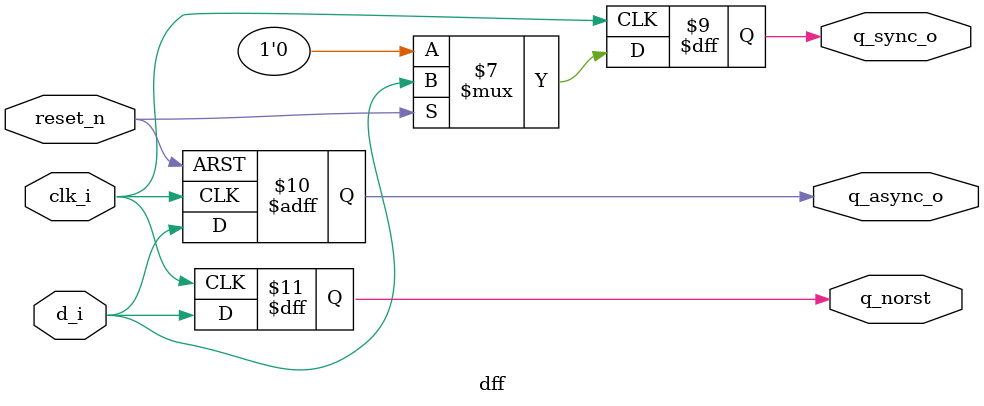
<source format=sv>
/* System Verilog code for
1. Non Resettable DFF
2. Asynchronous reset DFF
3. Synchronous reset DFF
 The module uses actice low reset
*/

module dff (
  input logic clk_i,
  input logic reset_n,
  input logic d_i,
  output logic q_norst,
  output logic q_async_o,
  output logic q_sync_o
);
  
  // non resettable flip flop
  always_ff @(posedge clk_i) begin
    q_norst <= d_i;
  end

  // asynchrounous reset; active low reset
    always_ff @(posedge clk_i or negedge reset_n) begin
    if (~reset_n) begin
      q_async_o <= '0;
    end else begin
      q_async_o <= d_i;
    end
  end
  
  //synchronous reset; active low reset
  always_ff @(posedge clk_i) begin
    if (~reset_n) begin
      q_sync_o <= '0;
    end else begin
      q_sync_o <= d_i;
    end
  end
  
endmodule

    

</source>
